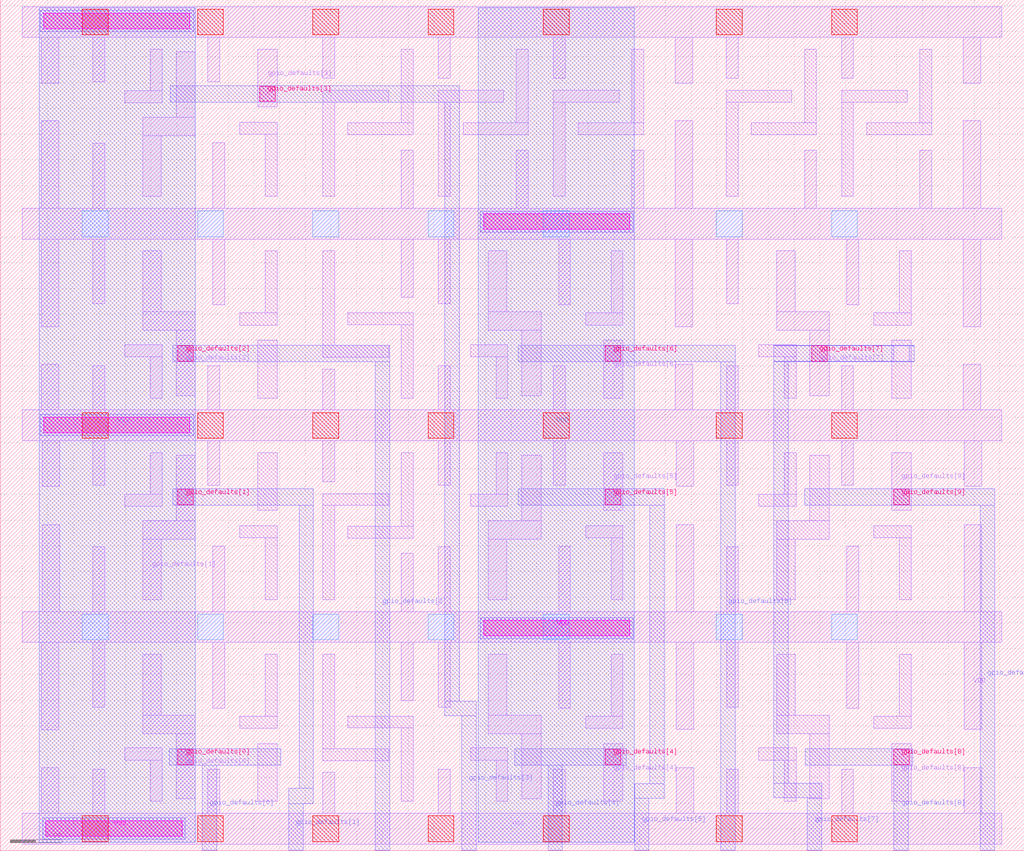
<source format=lef>
VERSION 5.7 ;
  NOWIREEXTENSIONATPIN ON ;
  DIVIDERCHAR "/" ;
  BUSBITCHARS "[]" ;
MACRO gpio_defaults_block_087
  CLASS BLOCK ;
  FOREIGN gpio_defaults_block_087 ;
  ORIGIN 0.430 0.430 ;
  SIZE 19.900 BY 16.540 ;
  PIN gpio_defaults[0]
    PORT
      LAYER Metal1 ;
        RECT 2.340 2.210 2.700 3.390 ;
        RECT 2.340 1.850 3.365 2.210 ;
        RECT 2.990 0.580 3.365 1.850 ;
      LAYER Via1 ;
        RECT 3.025 1.245 3.325 1.545 ;
      LAYER Metal2 ;
        RECT 2.860 1.235 5.020 1.555 ;
        RECT 3.500 -0.420 3.780 1.235 ;
    END
  END gpio_defaults[0]
  PIN gpio_defaults[4]
    PORT
      LAYER Metal1 ;
        RECT 11.300 0.530 11.675 1.650 ;
      LAYER Via1 ;
        RECT 11.335 1.245 11.635 1.545 ;
      LAYER Metal2 ;
        RECT 9.575 1.235 11.740 1.555 ;
        RECT 10.220 -0.420 10.500 1.235 ;
    END
  END gpio_defaults[4]
  PIN gpio_defaults[8]
    PORT
      LAYER Metal1 ;
        RECT 16.900 0.530 17.275 1.650 ;
      LAYER Via1 ;
        RECT 16.935 1.245 17.235 1.545 ;
      LAYER Metal2 ;
        RECT 15.215 1.235 17.310 1.555 ;
        RECT 16.940 -0.420 17.220 1.235 ;
    END
  END gpio_defaults[8]
  PIN gpio_defaults[7]
    PORT
      LAYER Metal1 ;
        RECT 14.660 10.050 15.020 11.230 ;
        RECT 14.660 9.690 15.685 10.050 ;
        RECT 15.310 8.420 15.685 9.690 ;
      LAYER Via1 ;
        RECT 15.345 9.085 15.645 9.385 ;
      LAYER Metal2 ;
        RECT 14.605 9.385 17.340 9.395 ;
        RECT 14.605 9.085 16.935 9.385 ;
        RECT 17.235 9.085 17.340 9.385 ;
        RECT 14.605 9.075 17.340 9.085 ;
        RECT 14.605 0.885 14.885 9.075 ;
        RECT 14.605 0.605 15.540 0.885 ;
        RECT 15.260 -0.420 15.540 0.605 ;
    END
  END gpio_defaults[7]
  PIN gpio_defaults[1]
    PORT
      LAYER Metal1 ;
        RECT 2.990 5.990 3.365 7.260 ;
        RECT 2.340 5.630 3.365 5.990 ;
        RECT 2.340 4.450 2.700 5.630 ;
      LAYER Via1 ;
        RECT 3.025 6.295 3.325 6.595 ;
      LAYER Metal2 ;
        RECT 2.925 6.285 5.660 6.605 ;
        RECT 5.380 0.785 5.660 6.285 ;
        RECT 5.180 0.485 5.660 0.785 ;
        RECT 5.180 -0.420 5.460 0.485 ;
    END
  END gpio_defaults[1]
  PIN gpio_defaults[5]
    PORT
      LAYER Metal1 ;
        RECT 11.300 6.190 11.675 7.310 ;
      LAYER Via1 ;
        RECT 11.335 6.295 11.635 6.595 ;
      LAYER Metal2 ;
        RECT 9.645 6.285 12.480 6.605 ;
        RECT 12.200 0.870 12.480 6.285 ;
        RECT 11.900 0.590 12.480 0.870 ;
        RECT 11.900 -0.420 12.180 0.590 ;
    END
  END gpio_defaults[5]
  PIN gpio_defaults[9]
    PORT
      LAYER Metal1 ;
        RECT 16.900 6.190 17.275 7.310 ;
      LAYER Via1 ;
        RECT 16.935 6.295 17.235 6.595 ;
      LAYER Metal2 ;
        RECT 15.205 6.285 18.900 6.605 ;
        RECT 18.620 -0.420 18.900 6.285 ;
    END
  END gpio_defaults[9]
  PIN gpio_defaults[3]
    PORT
      LAYER Metal1 ;
        RECT 4.580 14.030 4.955 15.150 ;
      LAYER Via1 ;
        RECT 4.615 14.135 4.915 14.435 ;
      LAYER Metal2 ;
        RECT 2.880 14.125 8.495 14.445 ;
        RECT 8.215 2.480 8.495 14.125 ;
        RECT 8.215 2.200 8.820 2.480 ;
        RECT 8.540 -0.420 8.820 2.200 ;
    END
  END gpio_defaults[3]
  PIN gpio_defaults[2]
    PORT
      LAYER Metal1 ;
        RECT 2.340 10.050 2.700 11.230 ;
        RECT 2.340 9.690 3.365 10.050 ;
        RECT 2.990 8.420 3.365 9.690 ;
      LAYER Via1 ;
        RECT 3.025 9.085 3.325 9.385 ;
      LAYER Metal2 ;
        RECT 2.925 9.075 7.140 9.395 ;
        RECT 6.860 -0.420 7.140 9.075 ;
    END
  END gpio_defaults[2]
  PIN gpio_defaults[6]
    PORT
      LAYER Metal1 ;
        RECT 11.300 8.370 11.675 9.490 ;
      LAYER Via1 ;
        RECT 11.335 9.085 11.635 9.385 ;
      LAYER Metal2 ;
        RECT 9.645 9.075 13.860 9.395 ;
        RECT 13.580 -0.420 13.860 9.075 ;
    END
  END gpio_defaults[6]
  PIN VDD
    USE POWER ;
    PORT
      LAYER Metal1 ;
        RECT 0.370 12.060 0.710 13.760 ;
        RECT 1.370 12.060 1.600 13.320 ;
        RECT 3.705 12.060 3.935 13.335 ;
        RECT 7.365 12.060 7.595 13.190 ;
        RECT 9.605 12.060 9.835 13.190 ;
        RECT 11.845 12.060 12.075 13.190 ;
        RECT 12.690 12.060 13.030 13.760 ;
        RECT 15.205 12.060 15.435 13.190 ;
        RECT 17.445 12.060 17.675 13.190 ;
        RECT 18.290 12.060 18.630 13.760 ;
        RECT 0.000 11.460 19.040 12.060 ;
        RECT 0.370 9.760 0.710 11.460 ;
        RECT 1.370 10.200 1.600 11.460 ;
        RECT 3.705 10.185 3.935 11.460 ;
        RECT 7.365 10.330 7.595 11.460 ;
        RECT 8.090 10.200 8.320 11.460 ;
        RECT 10.425 10.185 10.655 11.460 ;
        RECT 12.690 9.760 13.030 11.460 ;
        RECT 13.690 10.200 13.920 11.460 ;
        RECT 16.025 10.185 16.255 11.460 ;
        RECT 18.290 9.760 18.630 11.460 ;
        RECT 0.390 4.220 0.730 5.910 ;
        RECT 1.370 4.220 1.600 5.480 ;
        RECT 3.705 4.220 3.935 5.495 ;
        RECT 7.365 4.220 7.595 5.350 ;
        RECT 8.090 4.220 8.320 5.480 ;
        RECT 10.425 4.220 10.655 5.495 ;
        RECT 12.710 4.220 13.050 5.910 ;
        RECT 13.690 4.220 13.920 5.480 ;
        RECT 16.025 4.220 16.255 5.495 ;
        RECT 18.310 4.220 18.650 5.910 ;
        RECT 0.000 3.620 19.040 4.220 ;
        RECT 0.370 1.920 0.710 3.620 ;
        RECT 1.370 2.360 1.600 3.620 ;
        RECT 3.705 2.345 3.935 3.620 ;
        RECT 7.365 2.490 7.595 3.620 ;
        RECT 8.090 2.360 8.320 3.620 ;
        RECT 10.425 2.345 10.655 3.620 ;
        RECT 12.710 1.930 13.050 3.620 ;
        RECT 13.690 2.360 13.920 3.620 ;
        RECT 16.025 2.345 16.255 3.620 ;
        RECT 18.310 1.930 18.650 3.620 ;
      LAYER Via1 ;
        RECT 8.965 11.650 11.810 11.950 ;
        RECT 8.965 3.750 11.810 4.050 ;
      LAYER Metal2 ;
        RECT 8.900 11.590 11.880 12.005 ;
        RECT 8.900 3.690 11.880 4.105 ;
      LAYER Via2 ;
        RECT 8.965 11.650 11.810 11.950 ;
        RECT 8.965 3.750 11.810 4.050 ;
      LAYER Metal3 ;
        RECT 8.865 -0.265 11.895 15.960 ;
    END
  END VDD
  PIN VSS
    USE GROUND ;
    PORT
      LAYER Metal1 ;
        RECT 0.000 15.380 19.040 15.980 ;
        RECT 0.370 14.490 0.710 15.380 ;
        RECT 1.370 14.520 1.600 15.380 ;
        RECT 3.605 14.520 3.835 15.380 ;
        RECT 5.845 14.585 6.075 15.380 ;
        RECT 8.085 14.585 8.315 15.380 ;
        RECT 10.325 14.585 10.555 15.380 ;
        RECT 12.690 14.490 13.030 15.380 ;
        RECT 13.685 14.585 13.915 15.380 ;
        RECT 15.925 14.585 16.155 15.380 ;
        RECT 18.290 14.490 18.630 15.380 ;
        RECT 0.370 8.140 0.710 9.030 ;
        RECT 1.370 8.140 1.600 9.000 ;
        RECT 3.605 8.140 3.835 9.000 ;
        RECT 5.845 8.140 6.075 8.935 ;
        RECT 8.090 8.140 8.320 9.000 ;
        RECT 10.325 8.140 10.555 9.000 ;
        RECT 12.690 8.140 13.030 9.030 ;
        RECT 13.690 8.140 13.920 9.000 ;
        RECT 15.925 8.140 16.155 9.000 ;
        RECT 18.290 8.140 18.630 9.030 ;
        RECT 0.000 7.540 19.040 8.140 ;
        RECT 0.390 6.655 0.730 7.540 ;
        RECT 1.370 6.680 1.600 7.540 ;
        RECT 3.605 6.680 3.835 7.540 ;
        RECT 5.845 6.745 6.075 7.540 ;
        RECT 8.090 6.680 8.320 7.540 ;
        RECT 10.325 6.680 10.555 7.540 ;
        RECT 12.710 6.655 13.050 7.540 ;
        RECT 13.690 6.680 13.920 7.540 ;
        RECT 15.925 6.680 16.155 7.540 ;
        RECT 18.310 6.655 18.650 7.540 ;
        RECT 0.370 0.300 0.710 1.190 ;
        RECT 1.370 0.300 1.600 1.160 ;
        RECT 3.605 0.300 3.835 1.160 ;
        RECT 5.845 0.300 6.075 1.095 ;
        RECT 8.090 0.300 8.320 1.160 ;
        RECT 10.325 0.300 10.555 1.160 ;
        RECT 12.710 0.300 13.050 1.185 ;
        RECT 13.690 0.300 13.920 1.160 ;
        RECT 15.925 0.300 16.155 1.160 ;
        RECT 18.310 0.300 18.650 1.185 ;
        RECT 0.000 -0.300 19.040 0.300 ;
      LAYER Via1 ;
        RECT 0.415 15.550 3.260 15.850 ;
        RECT 0.415 7.700 3.260 8.000 ;
        RECT 0.460 -0.145 3.105 0.155 ;
      LAYER Metal2 ;
        RECT 0.350 15.490 3.330 15.905 ;
        RECT 0.350 7.640 3.330 8.055 ;
        RECT 0.400 -0.200 3.165 0.215 ;
      LAYER Via2 ;
        RECT 0.415 15.550 3.260 15.850 ;
        RECT 0.415 7.700 3.260 8.000 ;
        RECT 0.460 -0.145 3.105 0.155 ;
      LAYER Metal3 ;
        RECT 0.330 -0.265 3.360 15.960 ;
    END
  END VSS
  OBS
      LAYER Pwell ;
        RECT 1.170 15.430 1.670 15.930 ;
        RECT 3.410 15.430 3.910 15.930 ;
        RECT 5.650 15.430 6.150 15.930 ;
        RECT 7.890 15.430 8.390 15.930 ;
        RECT 10.130 15.430 10.630 15.930 ;
        RECT 13.490 15.430 13.990 15.930 ;
        RECT 15.730 15.430 16.230 15.930 ;
      LAYER Nwell ;
        RECT 1.170 11.510 1.670 12.010 ;
        RECT 3.410 11.510 3.910 12.010 ;
        RECT 5.650 11.510 6.150 12.010 ;
        RECT 7.890 11.510 8.390 12.010 ;
        RECT 10.130 11.510 10.630 12.010 ;
        RECT 13.490 11.510 13.990 12.010 ;
        RECT 15.730 11.510 16.230 12.010 ;
      LAYER Pwell ;
        RECT 1.170 7.590 1.670 8.090 ;
        RECT 3.410 7.590 3.910 8.090 ;
        RECT 5.650 7.590 6.150 8.090 ;
        RECT 7.890 7.590 8.390 8.090 ;
        RECT 10.130 7.590 10.630 8.090 ;
        RECT 13.490 7.590 13.990 8.090 ;
        RECT 15.730 7.590 16.230 8.090 ;
      LAYER Nwell ;
        RECT 1.170 3.670 1.670 4.170 ;
        RECT 3.410 3.670 3.910 4.170 ;
        RECT 5.650 3.670 6.150 4.170 ;
        RECT 7.890 3.670 8.390 4.170 ;
        RECT 10.130 3.670 10.630 4.170 ;
        RECT 13.490 3.670 13.990 4.170 ;
        RECT 15.730 3.670 16.230 4.170 ;
      LAYER Pwell ;
        RECT 1.170 -0.250 1.670 0.250 ;
        RECT 3.410 -0.250 3.910 0.250 ;
        RECT 5.650 -0.250 6.150 0.250 ;
        RECT 7.890 -0.250 8.390 0.250 ;
        RECT 10.130 -0.250 10.630 0.250 ;
        RECT 13.490 -0.250 13.990 0.250 ;
        RECT 15.730 -0.250 16.230 0.250 ;
      LAYER Metal1 ;
        RECT 2.490 14.345 2.720 15.150 ;
        RECT 1.995 14.110 2.720 14.345 ;
      LAYER Metal1 ;
        RECT 2.990 13.830 3.365 15.100 ;
        RECT 2.340 13.470 3.365 13.830 ;
      LAYER Metal1 ;
        RECT 5.845 14.125 7.120 14.355 ;
        RECT 4.230 13.495 4.955 13.730 ;
      LAYER Metal1 ;
        RECT 2.340 12.290 2.700 13.470 ;
      LAYER Metal1 ;
        RECT 4.725 12.290 4.955 13.495 ;
        RECT 5.845 12.290 6.075 14.125 ;
        RECT 7.365 13.720 7.595 15.150 ;
        RECT 6.330 13.490 7.595 13.720 ;
        RECT 8.085 14.125 9.360 14.355 ;
        RECT 8.085 12.290 8.315 14.125 ;
        RECT 9.605 13.720 9.835 15.150 ;
        RECT 8.570 13.490 9.835 13.720 ;
        RECT 10.325 14.125 11.600 14.355 ;
        RECT 10.325 12.290 10.555 14.125 ;
        RECT 11.845 13.720 12.075 15.150 ;
        RECT 10.810 13.490 12.075 13.720 ;
        RECT 13.685 14.125 14.960 14.355 ;
        RECT 13.685 12.290 13.915 14.125 ;
        RECT 15.205 13.720 15.435 15.150 ;
        RECT 14.170 13.490 15.435 13.720 ;
        RECT 15.925 14.125 17.200 14.355 ;
        RECT 15.925 12.290 16.155 14.125 ;
        RECT 17.445 13.720 17.675 15.150 ;
        RECT 16.410 13.490 17.675 13.720 ;
        RECT 4.725 10.025 4.955 11.230 ;
        RECT 4.230 9.790 4.955 10.025 ;
        RECT 1.995 9.175 2.720 9.410 ;
        RECT 2.490 8.370 2.720 9.175 ;
      LAYER Metal1 ;
        RECT 4.580 8.370 4.955 9.490 ;
      LAYER Metal1 ;
        RECT 5.845 9.395 6.075 11.230 ;
      LAYER Metal1 ;
        RECT 9.060 10.050 9.420 11.230 ;
      LAYER Metal1 ;
        RECT 6.330 9.800 7.595 10.030 ;
        RECT 5.845 9.165 7.120 9.395 ;
        RECT 7.365 8.370 7.595 9.800 ;
      LAYER Metal1 ;
        RECT 9.060 9.690 10.085 10.050 ;
      LAYER Metal1 ;
        RECT 11.445 10.025 11.675 11.230 ;
        RECT 17.045 10.025 17.275 11.230 ;
        RECT 10.950 9.790 11.675 10.025 ;
        RECT 16.550 9.790 17.275 10.025 ;
        RECT 8.715 9.175 9.440 9.410 ;
        RECT 9.210 8.370 9.440 9.175 ;
      LAYER Metal1 ;
        RECT 9.710 8.420 10.085 9.690 ;
      LAYER Metal1 ;
        RECT 14.315 9.175 15.040 9.410 ;
        RECT 14.810 8.370 15.040 9.175 ;
      LAYER Metal1 ;
        RECT 16.900 8.370 17.275 9.490 ;
      LAYER Metal1 ;
        RECT 2.490 6.505 2.720 7.310 ;
        RECT 1.995 6.270 2.720 6.505 ;
      LAYER Metal1 ;
        RECT 4.580 6.190 4.955 7.310 ;
      LAYER Metal1 ;
        RECT 5.845 6.285 7.120 6.515 ;
        RECT 4.230 5.655 4.955 5.890 ;
        RECT 4.725 4.450 4.955 5.655 ;
        RECT 5.845 4.450 6.075 6.285 ;
        RECT 7.365 5.880 7.595 7.310 ;
        RECT 9.210 6.505 9.440 7.310 ;
        RECT 8.715 6.270 9.440 6.505 ;
      LAYER Metal1 ;
        RECT 9.710 5.990 10.085 7.260 ;
      LAYER Metal1 ;
        RECT 14.810 6.505 15.040 7.310 ;
        RECT 14.315 6.270 15.040 6.505 ;
      LAYER Metal1 ;
        RECT 15.310 5.990 15.685 7.260 ;
      LAYER Metal1 ;
        RECT 6.330 5.650 7.595 5.880 ;
      LAYER Metal1 ;
        RECT 9.060 5.630 10.085 5.990 ;
      LAYER Metal1 ;
        RECT 10.950 5.655 11.675 5.890 ;
      LAYER Metal1 ;
        RECT 9.060 4.450 9.420 5.630 ;
      LAYER Metal1 ;
        RECT 11.445 4.450 11.675 5.655 ;
      LAYER Metal1 ;
        RECT 14.660 5.630 15.685 5.990 ;
      LAYER Metal1 ;
        RECT 16.550 5.655 17.275 5.890 ;
      LAYER Metal1 ;
        RECT 14.660 4.450 15.020 5.630 ;
      LAYER Metal1 ;
        RECT 17.045 4.450 17.275 5.655 ;
        RECT 4.725 2.185 4.955 3.390 ;
        RECT 4.230 1.950 4.955 2.185 ;
        RECT 1.995 1.335 2.720 1.570 ;
        RECT 2.490 0.530 2.720 1.335 ;
      LAYER Metal1 ;
        RECT 4.580 0.530 4.955 1.650 ;
      LAYER Metal1 ;
        RECT 5.845 1.555 6.075 3.390 ;
      LAYER Metal1 ;
        RECT 9.060 2.210 9.420 3.390 ;
      LAYER Metal1 ;
        RECT 6.330 1.960 7.595 2.190 ;
        RECT 5.845 1.325 7.120 1.555 ;
        RECT 7.365 0.530 7.595 1.960 ;
      LAYER Metal1 ;
        RECT 9.060 1.850 10.085 2.210 ;
      LAYER Metal1 ;
        RECT 11.445 2.185 11.675 3.390 ;
        RECT 10.950 1.950 11.675 2.185 ;
      LAYER Metal1 ;
        RECT 14.660 2.210 15.020 3.390 ;
        RECT 14.660 1.850 15.685 2.210 ;
      LAYER Metal1 ;
        RECT 17.045 2.185 17.275 3.390 ;
        RECT 16.550 1.950 17.275 2.185 ;
        RECT 8.715 1.335 9.440 1.570 ;
        RECT 9.210 0.530 9.440 1.335 ;
      LAYER Metal1 ;
        RECT 9.710 0.580 10.085 1.850 ;
      LAYER Metal1 ;
        RECT 14.315 1.335 15.040 1.570 ;
        RECT 14.810 0.530 15.040 1.335 ;
      LAYER Metal1 ;
        RECT 15.310 0.580 15.685 1.850 ;
  END
END gpio_defaults_block_087
END LIBRARY


</source>
